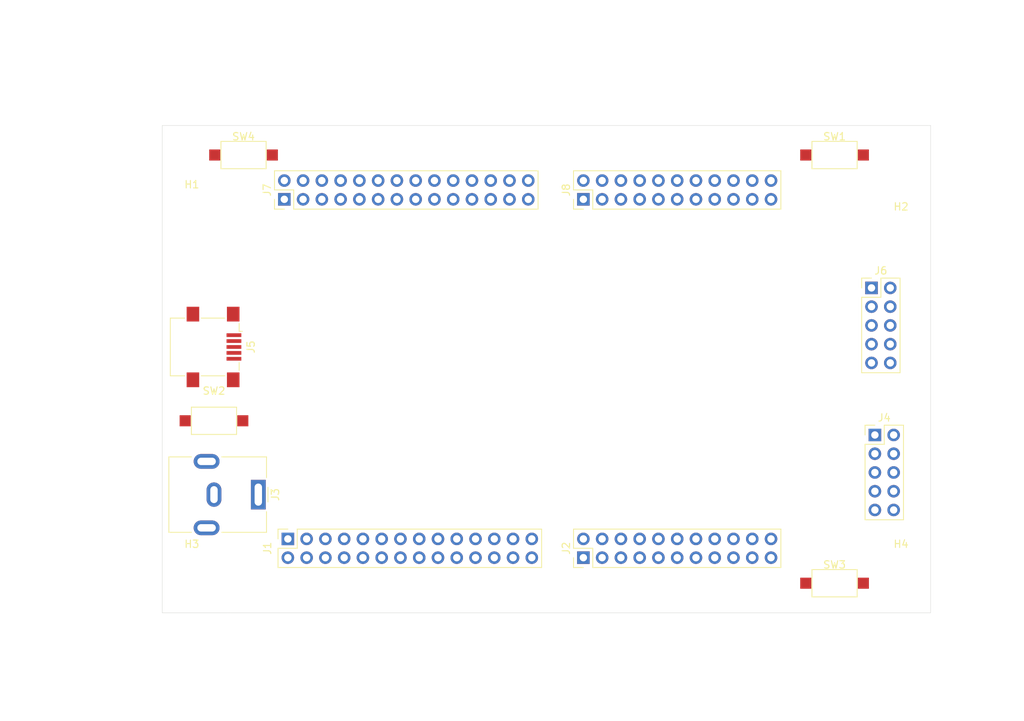
<source format=kicad_pcb>
(kicad_pcb (version 20171130) (host pcbnew "(5.1.2)-1")

  (general
    (thickness 1.6)
    (drawings 24)
    (tracks 0)
    (zones 0)
    (modules 16)
    (nets 4)
  )

  (page A4)
  (layers
    (0 F.Cu signal)
    (31 B.Cu signal)
    (32 B.Adhes user)
    (33 F.Adhes user)
    (34 B.Paste user)
    (35 F.Paste user)
    (36 B.SilkS user)
    (37 F.SilkS user)
    (38 B.Mask user)
    (39 F.Mask user)
    (40 Dwgs.User user)
    (41 Cmts.User user)
    (42 Eco1.User user)
    (43 Eco2.User user)
    (44 Edge.Cuts user)
    (45 Margin user)
    (46 B.CrtYd user)
    (47 F.CrtYd user)
    (48 B.Fab user)
    (49 F.Fab user)
  )

  (setup
    (last_trace_width 0.25)
    (trace_clearance 0.2)
    (zone_clearance 0.508)
    (zone_45_only no)
    (trace_min 0.2)
    (via_size 0.8)
    (via_drill 0.4)
    (via_min_size 0.4)
    (via_min_drill 0.3)
    (uvia_size 0.3)
    (uvia_drill 0.1)
    (uvias_allowed no)
    (uvia_min_size 0.2)
    (uvia_min_drill 0.1)
    (edge_width 0.05)
    (segment_width 0.2)
    (pcb_text_width 0.3)
    (pcb_text_size 1.5 1.5)
    (mod_edge_width 0.12)
    (mod_text_size 1 1)
    (mod_text_width 0.15)
    (pad_size 1.524 1.524)
    (pad_drill 0.762)
    (pad_to_mask_clearance 0.051)
    (solder_mask_min_width 0.25)
    (aux_axis_origin 0 0)
    (visible_elements 7FFFFFFF)
    (pcbplotparams
      (layerselection 0x010fc_ffffffff)
      (usegerberextensions false)
      (usegerberattributes false)
      (usegerberadvancedattributes false)
      (creategerberjobfile false)
      (excludeedgelayer true)
      (linewidth 0.100000)
      (plotframeref false)
      (viasonmask false)
      (mode 1)
      (useauxorigin false)
      (hpglpennumber 1)
      (hpglpenspeed 20)
      (hpglpendiameter 15.000000)
      (psnegative false)
      (psa4output false)
      (plotreference true)
      (plotvalue true)
      (plotinvisibletext false)
      (padsonsilk false)
      (subtractmaskfromsilk false)
      (outputformat 1)
      (mirror false)
      (drillshape 1)
      (scaleselection 1)
      (outputdirectory ""))
  )

  (net 0 "")
  (net 1 "Net-(J5-Pad6)")
  (net 2 "Net-(SW2-Pad2)")
  (net 3 "Net-(SW2-Pad1)")

  (net_class Default "This is the default net class."
    (clearance 0.2)
    (trace_width 0.25)
    (via_dia 0.8)
    (via_drill 0.4)
    (uvia_dia 0.3)
    (uvia_drill 0.1)
    (add_net "Net-(J5-Pad6)")
    (add_net "Net-(SW2-Pad1)")
    (add_net "Net-(SW2-Pad2)")
  )

  (module Button_Switch_SMD:SW_SPST_CK_RS282G05A3 (layer F.Cu) (tedit 5A7A67D2) (tstamp 5D711CE9)
    (at 112 54)
    (descr https://www.mouser.com/ds/2/60/RS-282G05A-SM_RT-1159762.pdf)
    (tags "SPST button tactile switch")
    (path /5D72068D)
    (attr smd)
    (fp_text reference SW4 (at 0 -2.5) (layer F.SilkS)
      (effects (font (size 1 1) (thickness 0.15)))
    )
    (fp_text value SW_Push (at 0 2.5) (layer F.Fab)
      (effects (font (size 1 1) (thickness 0.15)))
    )
    (fp_line (start 3 -1.8) (end 3 1.8) (layer F.Fab) (width 0.1))
    (fp_line (start -3 -1.8) (end -3 1.8) (layer F.Fab) (width 0.1))
    (fp_line (start -3 -1.8) (end 3 -1.8) (layer F.Fab) (width 0.1))
    (fp_line (start -3 1.8) (end 3 1.8) (layer F.Fab) (width 0.1))
    (fp_line (start -1.5 -0.8) (end -1.5 0.8) (layer F.Fab) (width 0.1))
    (fp_line (start 1.5 -0.8) (end 1.5 0.8) (layer F.Fab) (width 0.1))
    (fp_line (start -1.5 -0.8) (end 1.5 -0.8) (layer F.Fab) (width 0.1))
    (fp_line (start -1.5 0.8) (end 1.5 0.8) (layer F.Fab) (width 0.1))
    (fp_line (start -3.06 1.85) (end -3.06 -1.85) (layer F.SilkS) (width 0.12))
    (fp_line (start 3.06 1.85) (end -3.06 1.85) (layer F.SilkS) (width 0.12))
    (fp_line (start 3.06 -1.85) (end 3.06 1.85) (layer F.SilkS) (width 0.12))
    (fp_line (start -3.06 -1.85) (end 3.06 -1.85) (layer F.SilkS) (width 0.12))
    (fp_line (start -1.75 1) (end -1.75 -1) (layer F.Fab) (width 0.1))
    (fp_line (start 1.75 1) (end -1.75 1) (layer F.Fab) (width 0.1))
    (fp_line (start 1.75 -1) (end 1.75 1) (layer F.Fab) (width 0.1))
    (fp_line (start -1.75 -1) (end 1.75 -1) (layer F.Fab) (width 0.1))
    (fp_text user %R (at 0 -2.5) (layer F.Fab)
      (effects (font (size 1 1) (thickness 0.15)))
    )
    (fp_line (start -4.9 -2.05) (end 4.9 -2.05) (layer F.CrtYd) (width 0.05))
    (fp_line (start 4.9 -2.05) (end 4.9 2.05) (layer F.CrtYd) (width 0.05))
    (fp_line (start 4.9 2.05) (end -4.9 2.05) (layer F.CrtYd) (width 0.05))
    (fp_line (start -4.9 2.05) (end -4.9 -2.05) (layer F.CrtYd) (width 0.05))
    (pad 2 smd rect (at 3.9 0) (size 1.5 1.5) (layers F.Cu F.Paste F.Mask))
    (pad 1 smd rect (at -3.9 0) (size 1.5 1.5) (layers F.Cu F.Paste F.Mask))
    (model ${KISYS3DMOD}/Button_Switch_SMD.3dshapes/SW_SPST_CK_RS282G05A3.wrl
      (at (xyz 0 0 0))
      (scale (xyz 1 1 1))
      (rotate (xyz 0 0 0))
    )
  )

  (module Button_Switch_SMD:SW_SPST_CK_RS282G05A3 (layer F.Cu) (tedit 5A7A67D2) (tstamp 5D711CD2)
    (at 192 112)
    (descr https://www.mouser.com/ds/2/60/RS-282G05A-SM_RT-1159762.pdf)
    (tags "SPST button tactile switch")
    (path /5D7209E7)
    (attr smd)
    (fp_text reference SW3 (at 0 -2.5) (layer F.SilkS)
      (effects (font (size 1 1) (thickness 0.15)))
    )
    (fp_text value SW_Push (at 0 2.5) (layer F.Fab)
      (effects (font (size 1 1) (thickness 0.15)))
    )
    (fp_line (start 3 -1.8) (end 3 1.8) (layer F.Fab) (width 0.1))
    (fp_line (start -3 -1.8) (end -3 1.8) (layer F.Fab) (width 0.1))
    (fp_line (start -3 -1.8) (end 3 -1.8) (layer F.Fab) (width 0.1))
    (fp_line (start -3 1.8) (end 3 1.8) (layer F.Fab) (width 0.1))
    (fp_line (start -1.5 -0.8) (end -1.5 0.8) (layer F.Fab) (width 0.1))
    (fp_line (start 1.5 -0.8) (end 1.5 0.8) (layer F.Fab) (width 0.1))
    (fp_line (start -1.5 -0.8) (end 1.5 -0.8) (layer F.Fab) (width 0.1))
    (fp_line (start -1.5 0.8) (end 1.5 0.8) (layer F.Fab) (width 0.1))
    (fp_line (start -3.06 1.85) (end -3.06 -1.85) (layer F.SilkS) (width 0.12))
    (fp_line (start 3.06 1.85) (end -3.06 1.85) (layer F.SilkS) (width 0.12))
    (fp_line (start 3.06 -1.85) (end 3.06 1.85) (layer F.SilkS) (width 0.12))
    (fp_line (start -3.06 -1.85) (end 3.06 -1.85) (layer F.SilkS) (width 0.12))
    (fp_line (start -1.75 1) (end -1.75 -1) (layer F.Fab) (width 0.1))
    (fp_line (start 1.75 1) (end -1.75 1) (layer F.Fab) (width 0.1))
    (fp_line (start 1.75 -1) (end 1.75 1) (layer F.Fab) (width 0.1))
    (fp_line (start -1.75 -1) (end 1.75 -1) (layer F.Fab) (width 0.1))
    (fp_text user %R (at 0 -2.5) (layer F.Fab)
      (effects (font (size 1 1) (thickness 0.15)))
    )
    (fp_line (start -4.9 -2.05) (end 4.9 -2.05) (layer F.CrtYd) (width 0.05))
    (fp_line (start 4.9 -2.05) (end 4.9 2.05) (layer F.CrtYd) (width 0.05))
    (fp_line (start 4.9 2.05) (end -4.9 2.05) (layer F.CrtYd) (width 0.05))
    (fp_line (start -4.9 2.05) (end -4.9 -2.05) (layer F.CrtYd) (width 0.05))
    (pad 2 smd rect (at 3.9 0) (size 1.5 1.5) (layers F.Cu F.Paste F.Mask))
    (pad 1 smd rect (at -3.9 0) (size 1.5 1.5) (layers F.Cu F.Paste F.Mask))
    (model ${KISYS3DMOD}/Button_Switch_SMD.3dshapes/SW_SPST_CK_RS282G05A3.wrl
      (at (xyz 0 0 0))
      (scale (xyz 1 1 1))
      (rotate (xyz 0 0 0))
    )
  )

  (module Button_Switch_SMD:SW_SPST_CK_RS282G05A3 (layer F.Cu) (tedit 5A7A67D2) (tstamp 5D711CBB)
    (at 108 90)
    (descr https://www.mouser.com/ds/2/60/RS-282G05A-SM_RT-1159762.pdf)
    (tags "SPST button tactile switch")
    (path /5D721175)
    (attr smd)
    (fp_text reference SW2 (at 0 -4.05) (layer F.SilkS)
      (effects (font (size 1 1) (thickness 0.15)))
    )
    (fp_text value SW_Push (at 0 4.15) (layer F.Fab)
      (effects (font (size 1 1) (thickness 0.15)))
    )
    (fp_line (start 3 -1.8) (end 3 1.8) (layer F.Fab) (width 0.1))
    (fp_line (start -3 -1.8) (end -3 1.8) (layer F.Fab) (width 0.1))
    (fp_line (start -3 -1.8) (end 3 -1.8) (layer F.Fab) (width 0.1))
    (fp_line (start -3 1.8) (end 3 1.8) (layer F.Fab) (width 0.1))
    (fp_line (start -1.5 -0.8) (end -1.5 0.8) (layer F.Fab) (width 0.1))
    (fp_line (start 1.5 -0.8) (end 1.5 0.8) (layer F.Fab) (width 0.1))
    (fp_line (start -1.5 -0.8) (end 1.5 -0.8) (layer F.Fab) (width 0.1))
    (fp_line (start -1.5 0.8) (end 1.5 0.8) (layer F.Fab) (width 0.1))
    (fp_line (start -3.06 1.85) (end -3.06 -1.85) (layer F.SilkS) (width 0.12))
    (fp_line (start 3.06 1.85) (end -3.06 1.85) (layer F.SilkS) (width 0.12))
    (fp_line (start 3.06 -1.85) (end 3.06 1.85) (layer F.SilkS) (width 0.12))
    (fp_line (start -3.06 -1.85) (end 3.06 -1.85) (layer F.SilkS) (width 0.12))
    (fp_line (start -1.75 1) (end -1.75 -1) (layer F.Fab) (width 0.1))
    (fp_line (start 1.75 1) (end -1.75 1) (layer F.Fab) (width 0.1))
    (fp_line (start 1.75 -1) (end 1.75 1) (layer F.Fab) (width 0.1))
    (fp_line (start -1.75 -1) (end 1.75 -1) (layer F.Fab) (width 0.1))
    (fp_text user %R (at 0 -4.05) (layer F.Fab)
      (effects (font (size 1 1) (thickness 0.15)))
    )
    (fp_line (start -4.9 -2.05) (end 4.9 -2.05) (layer F.CrtYd) (width 0.05))
    (fp_line (start 4.9 -2.05) (end 4.9 2.05) (layer F.CrtYd) (width 0.05))
    (fp_line (start 4.9 2.05) (end -4.9 2.05) (layer F.CrtYd) (width 0.05))
    (fp_line (start -4.9 2.05) (end -4.9 -2.05) (layer F.CrtYd) (width 0.05))
    (pad 2 smd rect (at 3.9 0) (size 1.5 1.5) (layers F.Cu F.Paste F.Mask)
      (net 2 "Net-(SW2-Pad2)"))
    (pad 1 smd rect (at -3.9 0) (size 1.5 1.5) (layers F.Cu F.Paste F.Mask)
      (net 3 "Net-(SW2-Pad1)"))
    (model ${KISYS3DMOD}/Button_Switch_SMD.3dshapes/SW_SPST_CK_RS282G05A3.wrl
      (at (xyz 0 0 0))
      (scale (xyz 1 1 1))
      (rotate (xyz 0 0 0))
    )
  )

  (module Button_Switch_SMD:SW_SPST_CK_RS282G05A3 (layer F.Cu) (tedit 5A7A67D2) (tstamp 5D711CA1)
    (at 192 54)
    (descr https://www.mouser.com/ds/2/60/RS-282G05A-SM_RT-1159762.pdf)
    (tags "SPST button tactile switch")
    (path /5D71FE8C)
    (attr smd)
    (fp_text reference SW1 (at 0 -2.5) (layer F.SilkS)
      (effects (font (size 1 1) (thickness 0.15)))
    )
    (fp_text value SW_Push (at 0 2.5) (layer F.Fab)
      (effects (font (size 1 1) (thickness 0.15)))
    )
    (fp_line (start 3 -1.8) (end 3 1.8) (layer F.Fab) (width 0.1))
    (fp_line (start -3 -1.8) (end -3 1.8) (layer F.Fab) (width 0.1))
    (fp_line (start -3 -1.8) (end 3 -1.8) (layer F.Fab) (width 0.1))
    (fp_line (start -3 1.8) (end 3 1.8) (layer F.Fab) (width 0.1))
    (fp_line (start -1.5 -0.8) (end -1.5 0.8) (layer F.Fab) (width 0.1))
    (fp_line (start 1.5 -0.8) (end 1.5 0.8) (layer F.Fab) (width 0.1))
    (fp_line (start -1.5 -0.8) (end 1.5 -0.8) (layer F.Fab) (width 0.1))
    (fp_line (start -1.5 0.8) (end 1.5 0.8) (layer F.Fab) (width 0.1))
    (fp_line (start -3.06 1.85) (end -3.06 -1.85) (layer F.SilkS) (width 0.12))
    (fp_line (start 3.06 1.85) (end -3.06 1.85) (layer F.SilkS) (width 0.12))
    (fp_line (start 3.06 -1.85) (end 3.06 1.85) (layer F.SilkS) (width 0.12))
    (fp_line (start -3.06 -1.85) (end 3.06 -1.85) (layer F.SilkS) (width 0.12))
    (fp_line (start -1.75 1) (end -1.75 -1) (layer F.Fab) (width 0.1))
    (fp_line (start 1.75 1) (end -1.75 1) (layer F.Fab) (width 0.1))
    (fp_line (start 1.75 -1) (end 1.75 1) (layer F.Fab) (width 0.1))
    (fp_line (start -1.75 -1) (end 1.75 -1) (layer F.Fab) (width 0.1))
    (fp_text user %R (at 0 -2.5) (layer F.Fab)
      (effects (font (size 1 1) (thickness 0.15)))
    )
    (fp_line (start -4.9 -2.05) (end 4.9 -2.05) (layer F.CrtYd) (width 0.05))
    (fp_line (start 4.9 -2.05) (end 4.9 2.05) (layer F.CrtYd) (width 0.05))
    (fp_line (start 4.9 2.05) (end -4.9 2.05) (layer F.CrtYd) (width 0.05))
    (fp_line (start -4.9 2.05) (end -4.9 -2.05) (layer F.CrtYd) (width 0.05))
    (pad 2 smd rect (at 3.9 0) (size 1.5 1.5) (layers F.Cu F.Paste F.Mask))
    (pad 1 smd rect (at -3.9 0) (size 1.5 1.5) (layers F.Cu F.Paste F.Mask))
    (model ${KISYS3DMOD}/Button_Switch_SMD.3dshapes/SW_SPST_CK_RS282G05A3.wrl
      (at (xyz 0 0 0))
      (scale (xyz 1 1 1))
      (rotate (xyz 0 0 0))
    )
  )

  (module MountingHole:MountingHole_4.3mm_M4 (layer F.Cu) (tedit 56D1B4CB) (tstamp 5D71283F)
    (at 201 112)
    (descr "Mounting Hole 4.3mm, no annular, M4")
    (tags "mounting hole 4.3mm no annular m4")
    (path /5D70FD12)
    (attr virtual)
    (fp_text reference H4 (at 0 -5.3) (layer F.SilkS)
      (effects (font (size 1 1) (thickness 0.15)))
    )
    (fp_text value MountingHole (at 0 5.3) (layer F.Fab)
      (effects (font (size 1 1) (thickness 0.15)))
    )
    (fp_circle (center 0 0) (end 4.55 0) (layer F.CrtYd) (width 0.05))
    (fp_circle (center 0 0) (end 4.3 0) (layer Cmts.User) (width 0.15))
    (fp_text user %R (at 0.3 0) (layer F.Fab)
      (effects (font (size 1 1) (thickness 0.15)))
    )
    (pad 1 np_thru_hole circle (at 0 0) (size 4.3 4.3) (drill 4.3) (layers *.Cu *.Mask))
  )

  (module MountingHole:MountingHole_4.3mm_M4 (layer F.Cu) (tedit 56D1B4CB) (tstamp 5D712213)
    (at 105 112)
    (descr "Mounting Hole 4.3mm, no annular, M4")
    (tags "mounting hole 4.3mm no annular m4")
    (path /5D70FB30)
    (attr virtual)
    (fp_text reference H3 (at 0 -5.3) (layer F.SilkS)
      (effects (font (size 1 1) (thickness 0.15)))
    )
    (fp_text value MountingHole (at 0 5.3) (layer F.Fab)
      (effects (font (size 1 1) (thickness 0.15)))
    )
    (fp_circle (center 0 0) (end 4.55 0) (layer F.CrtYd) (width 0.05))
    (fp_circle (center 0 0) (end 4.3 0) (layer Cmts.User) (width 0.15))
    (fp_text user %R (at 0.3 0) (layer F.Fab)
      (effects (font (size 1 1) (thickness 0.15)))
    )
    (pad 1 np_thru_hole circle (at 0 0) (size 4.3 4.3) (drill 4.3) (layers *.Cu *.Mask))
  )

  (module MountingHole:MountingHole_4.3mm_M4 (layer F.Cu) (tedit 56D1B4CB) (tstamp 5D712809)
    (at 201 54)
    (descr "Mounting Hole 4.3mm, no annular, M4")
    (tags "mounting hole 4.3mm no annular m4")
    (path /5D70F92D)
    (attr virtual)
    (fp_text reference H2 (at 0 7) (layer F.SilkS)
      (effects (font (size 1 1) (thickness 0.15)))
    )
    (fp_text value MountingHole (at 0 5.3) (layer F.Fab)
      (effects (font (size 1 1) (thickness 0.15)))
    )
    (fp_circle (center 0 0) (end 4.55 0) (layer F.CrtYd) (width 0.05))
    (fp_circle (center 0 0) (end 4.3 0) (layer Cmts.User) (width 0.15))
    (fp_text user %R (at 0.3 0) (layer F.Fab)
      (effects (font (size 1 1) (thickness 0.15)))
    )
    (pad 1 np_thru_hole circle (at 0 0) (size 4.3 4.3) (drill 4.3) (layers *.Cu *.Mask))
  )

  (module MountingHole:MountingHole_4.3mm_M4 (layer F.Cu) (tedit 56D1B4CB) (tstamp 5D7127C1)
    (at 105 54)
    (descr "Mounting Hole 4.3mm, no annular, M4")
    (tags "mounting hole 4.3mm no annular m4")
    (path /5D70F54C)
    (attr virtual)
    (fp_text reference H1 (at 0 4) (layer F.SilkS)
      (effects (font (size 1 1) (thickness 0.15)))
    )
    (fp_text value MountingHole (at 0 5.3) (layer F.Fab)
      (effects (font (size 1 1) (thickness 0.15)))
    )
    (fp_circle (center 0 0) (end 4.55 0) (layer F.CrtYd) (width 0.05))
    (fp_circle (center 0 0) (end 4.3 0) (layer Cmts.User) (width 0.15))
    (fp_text user %R (at 0.3 0) (layer F.Fab)
      (effects (font (size 1 1) (thickness 0.15)))
    )
    (pad 1 np_thru_hole circle (at 0 0) (size 4.3 4.3) (drill 4.3) (layers *.Cu *.Mask))
  )

  (module Connector_PinHeader_2.54mm:PinHeader_2x11_P2.54mm_Vertical (layer F.Cu) (tedit 59FED5CC) (tstamp 5D713750)
    (at 158 60 90)
    (descr "Through hole straight pin header, 2x11, 2.54mm pitch, double rows")
    (tags "Through hole pin header THT 2x11 2.54mm double row")
    (path /5D713960)
    (fp_text reference J8 (at 1.27 -2.33 90) (layer F.SilkS)
      (effects (font (size 1 1) (thickness 0.15)))
    )
    (fp_text value Conn_02x11_Counter_Clockwise (at 1.27 27.73 90) (layer F.Fab)
      (effects (font (size 1 1) (thickness 0.15)))
    )
    (fp_text user %R (at 1.27 12.7) (layer F.Fab)
      (effects (font (size 1 1) (thickness 0.15)))
    )
    (fp_line (start 4.35 -1.8) (end -1.8 -1.8) (layer F.CrtYd) (width 0.05))
    (fp_line (start 4.35 27.2) (end 4.35 -1.8) (layer F.CrtYd) (width 0.05))
    (fp_line (start -1.8 27.2) (end 4.35 27.2) (layer F.CrtYd) (width 0.05))
    (fp_line (start -1.8 -1.8) (end -1.8 27.2) (layer F.CrtYd) (width 0.05))
    (fp_line (start -1.33 -1.33) (end 0 -1.33) (layer F.SilkS) (width 0.12))
    (fp_line (start -1.33 0) (end -1.33 -1.33) (layer F.SilkS) (width 0.12))
    (fp_line (start 1.27 -1.33) (end 3.87 -1.33) (layer F.SilkS) (width 0.12))
    (fp_line (start 1.27 1.27) (end 1.27 -1.33) (layer F.SilkS) (width 0.12))
    (fp_line (start -1.33 1.27) (end 1.27 1.27) (layer F.SilkS) (width 0.12))
    (fp_line (start 3.87 -1.33) (end 3.87 26.73) (layer F.SilkS) (width 0.12))
    (fp_line (start -1.33 1.27) (end -1.33 26.73) (layer F.SilkS) (width 0.12))
    (fp_line (start -1.33 26.73) (end 3.87 26.73) (layer F.SilkS) (width 0.12))
    (fp_line (start -1.27 0) (end 0 -1.27) (layer F.Fab) (width 0.1))
    (fp_line (start -1.27 26.67) (end -1.27 0) (layer F.Fab) (width 0.1))
    (fp_line (start 3.81 26.67) (end -1.27 26.67) (layer F.Fab) (width 0.1))
    (fp_line (start 3.81 -1.27) (end 3.81 26.67) (layer F.Fab) (width 0.1))
    (fp_line (start 0 -1.27) (end 3.81 -1.27) (layer F.Fab) (width 0.1))
    (pad 22 thru_hole oval (at 2.54 25.4 90) (size 1.7 1.7) (drill 1) (layers *.Cu *.Mask))
    (pad 21 thru_hole oval (at 0 25.4 90) (size 1.7 1.7) (drill 1) (layers *.Cu *.Mask))
    (pad 20 thru_hole oval (at 2.54 22.86 90) (size 1.7 1.7) (drill 1) (layers *.Cu *.Mask))
    (pad 19 thru_hole oval (at 0 22.86 90) (size 1.7 1.7) (drill 1) (layers *.Cu *.Mask))
    (pad 18 thru_hole oval (at 2.54 20.32 90) (size 1.7 1.7) (drill 1) (layers *.Cu *.Mask))
    (pad 17 thru_hole oval (at 0 20.32 90) (size 1.7 1.7) (drill 1) (layers *.Cu *.Mask))
    (pad 16 thru_hole oval (at 2.54 17.78 90) (size 1.7 1.7) (drill 1) (layers *.Cu *.Mask))
    (pad 15 thru_hole oval (at 0 17.78 90) (size 1.7 1.7) (drill 1) (layers *.Cu *.Mask))
    (pad 14 thru_hole oval (at 2.54 15.24 90) (size 1.7 1.7) (drill 1) (layers *.Cu *.Mask))
    (pad 13 thru_hole oval (at 0 15.24 90) (size 1.7 1.7) (drill 1) (layers *.Cu *.Mask))
    (pad 12 thru_hole oval (at 2.54 12.7 90) (size 1.7 1.7) (drill 1) (layers *.Cu *.Mask))
    (pad 11 thru_hole oval (at 0 12.7 90) (size 1.7 1.7) (drill 1) (layers *.Cu *.Mask))
    (pad 10 thru_hole oval (at 2.54 10.16 90) (size 1.7 1.7) (drill 1) (layers *.Cu *.Mask))
    (pad 9 thru_hole oval (at 0 10.16 90) (size 1.7 1.7) (drill 1) (layers *.Cu *.Mask))
    (pad 8 thru_hole oval (at 2.54 7.62 90) (size 1.7 1.7) (drill 1) (layers *.Cu *.Mask))
    (pad 7 thru_hole oval (at 0 7.62 90) (size 1.7 1.7) (drill 1) (layers *.Cu *.Mask))
    (pad 6 thru_hole oval (at 2.54 5.08 90) (size 1.7 1.7) (drill 1) (layers *.Cu *.Mask))
    (pad 5 thru_hole oval (at 0 5.08 90) (size 1.7 1.7) (drill 1) (layers *.Cu *.Mask))
    (pad 4 thru_hole oval (at 2.54 2.54 90) (size 1.7 1.7) (drill 1) (layers *.Cu *.Mask))
    (pad 3 thru_hole oval (at 0 2.54 90) (size 1.7 1.7) (drill 1) (layers *.Cu *.Mask))
    (pad 2 thru_hole oval (at 2.54 0 90) (size 1.7 1.7) (drill 1) (layers *.Cu *.Mask))
    (pad 1 thru_hole rect (at 0 0 90) (size 1.7 1.7) (drill 1) (layers *.Cu *.Mask))
    (model ${KISYS3DMOD}/Connector_PinHeader_2.54mm.3dshapes/PinHeader_2x11_P2.54mm_Vertical.wrl
      (at (xyz 0 0 0))
      (scale (xyz 1 1 1))
      (rotate (xyz 0 0 0))
    )
  )

  (module Connector_PinHeader_2.54mm:PinHeader_2x14_P2.54mm_Vertical (layer F.Cu) (tedit 59FED5CC) (tstamp 5D711C5E)
    (at 117.52 60 90)
    (descr "Through hole straight pin header, 2x14, 2.54mm pitch, double rows")
    (tags "Through hole pin header THT 2x14 2.54mm double row")
    (path /5D710A2E)
    (fp_text reference J7 (at 1.27 -2.33 90) (layer F.SilkS)
      (effects (font (size 1 1) (thickness 0.15)))
    )
    (fp_text value Conn_02x14_Odd_Even (at 1.27 35.35 90) (layer F.Fab)
      (effects (font (size 1 1) (thickness 0.15)))
    )
    (fp_text user %R (at 1.27 16.51) (layer F.Fab)
      (effects (font (size 1 1) (thickness 0.15)))
    )
    (fp_line (start 4.35 -1.8) (end -1.8 -1.8) (layer F.CrtYd) (width 0.05))
    (fp_line (start 4.35 34.8) (end 4.35 -1.8) (layer F.CrtYd) (width 0.05))
    (fp_line (start -1.8 34.8) (end 4.35 34.8) (layer F.CrtYd) (width 0.05))
    (fp_line (start -1.8 -1.8) (end -1.8 34.8) (layer F.CrtYd) (width 0.05))
    (fp_line (start -1.33 -1.33) (end 0 -1.33) (layer F.SilkS) (width 0.12))
    (fp_line (start -1.33 0) (end -1.33 -1.33) (layer F.SilkS) (width 0.12))
    (fp_line (start 1.27 -1.33) (end 3.87 -1.33) (layer F.SilkS) (width 0.12))
    (fp_line (start 1.27 1.27) (end 1.27 -1.33) (layer F.SilkS) (width 0.12))
    (fp_line (start -1.33 1.27) (end 1.27 1.27) (layer F.SilkS) (width 0.12))
    (fp_line (start 3.87 -1.33) (end 3.87 34.35) (layer F.SilkS) (width 0.12))
    (fp_line (start -1.33 1.27) (end -1.33 34.35) (layer F.SilkS) (width 0.12))
    (fp_line (start -1.33 34.35) (end 3.87 34.35) (layer F.SilkS) (width 0.12))
    (fp_line (start -1.27 0) (end 0 -1.27) (layer F.Fab) (width 0.1))
    (fp_line (start -1.27 34.29) (end -1.27 0) (layer F.Fab) (width 0.1))
    (fp_line (start 3.81 34.29) (end -1.27 34.29) (layer F.Fab) (width 0.1))
    (fp_line (start 3.81 -1.27) (end 3.81 34.29) (layer F.Fab) (width 0.1))
    (fp_line (start 0 -1.27) (end 3.81 -1.27) (layer F.Fab) (width 0.1))
    (pad 28 thru_hole oval (at 2.54 33.02 90) (size 1.7 1.7) (drill 1) (layers *.Cu *.Mask))
    (pad 27 thru_hole oval (at 0 33.02 90) (size 1.7 1.7) (drill 1) (layers *.Cu *.Mask))
    (pad 26 thru_hole oval (at 2.54 30.48 90) (size 1.7 1.7) (drill 1) (layers *.Cu *.Mask))
    (pad 25 thru_hole oval (at 0 30.48 90) (size 1.7 1.7) (drill 1) (layers *.Cu *.Mask))
    (pad 24 thru_hole oval (at 2.54 27.94 90) (size 1.7 1.7) (drill 1) (layers *.Cu *.Mask))
    (pad 23 thru_hole oval (at 0 27.94 90) (size 1.7 1.7) (drill 1) (layers *.Cu *.Mask))
    (pad 22 thru_hole oval (at 2.54 25.4 90) (size 1.7 1.7) (drill 1) (layers *.Cu *.Mask))
    (pad 21 thru_hole oval (at 0 25.4 90) (size 1.7 1.7) (drill 1) (layers *.Cu *.Mask))
    (pad 20 thru_hole oval (at 2.54 22.86 90) (size 1.7 1.7) (drill 1) (layers *.Cu *.Mask))
    (pad 19 thru_hole oval (at 0 22.86 90) (size 1.7 1.7) (drill 1) (layers *.Cu *.Mask))
    (pad 18 thru_hole oval (at 2.54 20.32 90) (size 1.7 1.7) (drill 1) (layers *.Cu *.Mask))
    (pad 17 thru_hole oval (at 0 20.32 90) (size 1.7 1.7) (drill 1) (layers *.Cu *.Mask))
    (pad 16 thru_hole oval (at 2.54 17.78 90) (size 1.7 1.7) (drill 1) (layers *.Cu *.Mask))
    (pad 15 thru_hole oval (at 0 17.78 90) (size 1.7 1.7) (drill 1) (layers *.Cu *.Mask))
    (pad 14 thru_hole oval (at 2.54 15.24 90) (size 1.7 1.7) (drill 1) (layers *.Cu *.Mask))
    (pad 13 thru_hole oval (at 0 15.24 90) (size 1.7 1.7) (drill 1) (layers *.Cu *.Mask))
    (pad 12 thru_hole oval (at 2.54 12.7 90) (size 1.7 1.7) (drill 1) (layers *.Cu *.Mask))
    (pad 11 thru_hole oval (at 0 12.7 90) (size 1.7 1.7) (drill 1) (layers *.Cu *.Mask))
    (pad 10 thru_hole oval (at 2.54 10.16 90) (size 1.7 1.7) (drill 1) (layers *.Cu *.Mask))
    (pad 9 thru_hole oval (at 0 10.16 90) (size 1.7 1.7) (drill 1) (layers *.Cu *.Mask))
    (pad 8 thru_hole oval (at 2.54 7.62 90) (size 1.7 1.7) (drill 1) (layers *.Cu *.Mask))
    (pad 7 thru_hole oval (at 0 7.62 90) (size 1.7 1.7) (drill 1) (layers *.Cu *.Mask))
    (pad 6 thru_hole oval (at 2.54 5.08 90) (size 1.7 1.7) (drill 1) (layers *.Cu *.Mask))
    (pad 5 thru_hole oval (at 0 5.08 90) (size 1.7 1.7) (drill 1) (layers *.Cu *.Mask))
    (pad 4 thru_hole oval (at 2.54 2.54 90) (size 1.7 1.7) (drill 1) (layers *.Cu *.Mask))
    (pad 3 thru_hole oval (at 0 2.54 90) (size 1.7 1.7) (drill 1) (layers *.Cu *.Mask))
    (pad 2 thru_hole oval (at 2.54 0 90) (size 1.7 1.7) (drill 1) (layers *.Cu *.Mask))
    (pad 1 thru_hole rect (at 0 0 90) (size 1.7 1.7) (drill 1) (layers *.Cu *.Mask))
    (model ${KISYS3DMOD}/Connector_PinHeader_2.54mm.3dshapes/PinHeader_2x14_P2.54mm_Vertical.wrl
      (at (xyz 0 0 0))
      (scale (xyz 1 1 1))
      (rotate (xyz 0 0 0))
    )
  )

  (module Connector_PinHeader_2.54mm:PinHeader_2x05_P2.54mm_Vertical (layer F.Cu) (tedit 59FED5CC) (tstamp 5D712EC9)
    (at 197 72)
    (descr "Through hole straight pin header, 2x05, 2.54mm pitch, double rows")
    (tags "Through hole pin header THT 2x05 2.54mm double row")
    (path /5D717C7A)
    (fp_text reference J6 (at 1.27 -2.33) (layer F.SilkS)
      (effects (font (size 1 1) (thickness 0.15)))
    )
    (fp_text value Conn_02x05_Counter_Clockwise (at 1.27 12.49) (layer F.Fab)
      (effects (font (size 1 1) (thickness 0.15)))
    )
    (fp_text user %R (at 1.27 5.08 90) (layer F.Fab)
      (effects (font (size 1 1) (thickness 0.15)))
    )
    (fp_line (start 4.35 -1.8) (end -1.8 -1.8) (layer F.CrtYd) (width 0.05))
    (fp_line (start 4.35 11.95) (end 4.35 -1.8) (layer F.CrtYd) (width 0.05))
    (fp_line (start -1.8 11.95) (end 4.35 11.95) (layer F.CrtYd) (width 0.05))
    (fp_line (start -1.8 -1.8) (end -1.8 11.95) (layer F.CrtYd) (width 0.05))
    (fp_line (start -1.33 -1.33) (end 0 -1.33) (layer F.SilkS) (width 0.12))
    (fp_line (start -1.33 0) (end -1.33 -1.33) (layer F.SilkS) (width 0.12))
    (fp_line (start 1.27 -1.33) (end 3.87 -1.33) (layer F.SilkS) (width 0.12))
    (fp_line (start 1.27 1.27) (end 1.27 -1.33) (layer F.SilkS) (width 0.12))
    (fp_line (start -1.33 1.27) (end 1.27 1.27) (layer F.SilkS) (width 0.12))
    (fp_line (start 3.87 -1.33) (end 3.87 11.49) (layer F.SilkS) (width 0.12))
    (fp_line (start -1.33 1.27) (end -1.33 11.49) (layer F.SilkS) (width 0.12))
    (fp_line (start -1.33 11.49) (end 3.87 11.49) (layer F.SilkS) (width 0.12))
    (fp_line (start -1.27 0) (end 0 -1.27) (layer F.Fab) (width 0.1))
    (fp_line (start -1.27 11.43) (end -1.27 0) (layer F.Fab) (width 0.1))
    (fp_line (start 3.81 11.43) (end -1.27 11.43) (layer F.Fab) (width 0.1))
    (fp_line (start 3.81 -1.27) (end 3.81 11.43) (layer F.Fab) (width 0.1))
    (fp_line (start 0 -1.27) (end 3.81 -1.27) (layer F.Fab) (width 0.1))
    (pad 10 thru_hole oval (at 2.54 10.16) (size 1.7 1.7) (drill 1) (layers *.Cu *.Mask))
    (pad 9 thru_hole oval (at 0 10.16) (size 1.7 1.7) (drill 1) (layers *.Cu *.Mask))
    (pad 8 thru_hole oval (at 2.54 7.62) (size 1.7 1.7) (drill 1) (layers *.Cu *.Mask))
    (pad 7 thru_hole oval (at 0 7.62) (size 1.7 1.7) (drill 1) (layers *.Cu *.Mask))
    (pad 6 thru_hole oval (at 2.54 5.08) (size 1.7 1.7) (drill 1) (layers *.Cu *.Mask))
    (pad 5 thru_hole oval (at 0 5.08) (size 1.7 1.7) (drill 1) (layers *.Cu *.Mask))
    (pad 4 thru_hole oval (at 2.54 2.54) (size 1.7 1.7) (drill 1) (layers *.Cu *.Mask))
    (pad 3 thru_hole oval (at 0 2.54) (size 1.7 1.7) (drill 1) (layers *.Cu *.Mask))
    (pad 2 thru_hole oval (at 2.54 0) (size 1.7 1.7) (drill 1) (layers *.Cu *.Mask))
    (pad 1 thru_hole rect (at 0 0) (size 1.7 1.7) (drill 1) (layers *.Cu *.Mask))
    (model ${KISYS3DMOD}/Connector_PinHeader_2.54mm.3dshapes/PinHeader_2x05_P2.54mm_Vertical.wrl
      (at (xyz 0 0 0))
      (scale (xyz 1 1 1))
      (rotate (xyz 0 0 0))
    )
  )

  (module Connector_USB:USB_Mini-B_Lumberg_2486_01_Horizontal (layer F.Cu) (tedit 5AC6B535) (tstamp 5D711C0C)
    (at 108 80 270)
    (descr "USB Mini-B 5-pin SMD connector, http://downloads.lumberg.com/datenblaetter/en/2486_01.pdf")
    (tags "USB USB_B USB_Mini connector")
    (path /5D7216F3)
    (attr smd)
    (fp_text reference J5 (at 0 -5 90) (layer F.SilkS)
      (effects (font (size 1 1) (thickness 0.15)))
    )
    (fp_text value USB_B_Mini (at 0 7.5 90) (layer F.Fab)
      (effects (font (size 1 1) (thickness 0.15)))
    )
    (fp_line (start -4.35 6.35) (end -4.35 4.2) (layer F.CrtYd) (width 0.05))
    (fp_line (start -4.35 4.2) (end -5.95 4.2) (layer F.CrtYd) (width 0.05))
    (fp_line (start -5.95 1.5) (end -5.95 4.2) (layer F.CrtYd) (width 0.05))
    (fp_line (start -4.35 1.5) (end -5.95 1.5) (layer F.CrtYd) (width 0.05))
    (fp_line (start -4.35 -1.25) (end -4.35 1.5) (layer F.CrtYd) (width 0.05))
    (fp_line (start -4.35 -1.25) (end -5.95 -1.25) (layer F.CrtYd) (width 0.05))
    (fp_line (start -5.95 -3.95) (end -5.95 -1.25) (layer F.CrtYd) (width 0.05))
    (fp_line (start -5.95 -3.95) (end -2.35 -3.95) (layer F.CrtYd) (width 0.05))
    (fp_line (start -2.35 -3.95) (end -2.35 -4.2) (layer F.CrtYd) (width 0.05))
    (fp_line (start 5.95 -3.95) (end 5.95 -1.25) (layer F.CrtYd) (width 0.05))
    (fp_line (start 4.35 -1.25) (end 5.95 -1.25) (layer F.CrtYd) (width 0.05))
    (fp_line (start 4.35 -1.25) (end 4.35 1.5) (layer F.CrtYd) (width 0.05))
    (fp_line (start -1.95 -3.35) (end -1.6 -2.85) (layer F.Fab) (width 0.1))
    (fp_line (start 5.95 1.5) (end 5.95 4.2) (layer F.CrtYd) (width 0.05))
    (fp_line (start 5.95 -3.95) (end 2.35 -3.95) (layer F.CrtYd) (width 0.05))
    (fp_line (start -4.35 6.35) (end 4.35 6.35) (layer F.CrtYd) (width 0.05))
    (fp_line (start -3.85 -3.35) (end 3.85 -3.35) (layer F.Fab) (width 0.1))
    (fp_line (start -3.85 -3.35) (end -3.85 5.85) (layer F.Fab) (width 0.1))
    (fp_line (start -3.85 5.85) (end 3.85 5.85) (layer F.Fab) (width 0.1))
    (fp_line (start 3.85 5.85) (end 3.85 -3.35) (layer F.Fab) (width 0.1))
    (fp_line (start -3.91 5.91) (end -3.91 3.96) (layer F.SilkS) (width 0.12))
    (fp_line (start -3.91 1.74) (end -3.91 -1.49) (layer F.SilkS) (width 0.12))
    (fp_line (start -3.19 -3.41) (end -2.11 -3.41) (layer F.SilkS) (width 0.12))
    (fp_line (start 2.11 -3.41) (end 3.19 -3.41) (layer F.SilkS) (width 0.12))
    (fp_line (start 3.91 1.74) (end 3.91 -1.49) (layer F.SilkS) (width 0.12))
    (fp_line (start 3.91 5.91) (end 3.91 3.96) (layer F.SilkS) (width 0.12))
    (fp_text user %R (at 0 1.6 270) (layer F.Fab)
      (effects (font (size 1 1) (thickness 0.15)))
    )
    (fp_line (start -2.11 -3.41) (end -2.11 -3.84) (layer F.SilkS) (width 0.12))
    (fp_line (start -1.6 -2.85) (end -1.25 -3.35) (layer F.Fab) (width 0.1))
    (fp_line (start 3.91 5.91) (end -3.91 5.91) (layer F.SilkS) (width 0.12))
    (fp_line (start 4.35 6.35) (end 4.35 4.2) (layer F.CrtYd) (width 0.05))
    (fp_line (start 4.35 4.2) (end 5.95 4.2) (layer F.CrtYd) (width 0.05))
    (fp_line (start 4.35 1.5) (end 5.95 1.5) (layer F.CrtYd) (width 0.05))
    (fp_line (start 2.35 -3.95) (end 2.35 -4.2) (layer F.CrtYd) (width 0.05))
    (fp_line (start 2.35 -4.2) (end -2.35 -4.2) (layer F.CrtYd) (width 0.05))
    (pad "" np_thru_hole circle (at 2.2 0 270) (size 1 1) (drill 1) (layers *.Cu *.Mask))
    (pad "" np_thru_hole circle (at -2.2 0 270) (size 1 1) (drill 1) (layers *.Cu *.Mask))
    (pad 6 smd rect (at 4.45 2.85 270) (size 2 1.7) (layers F.Cu F.Paste F.Mask)
      (net 1 "Net-(J5-Pad6)"))
    (pad 6 smd rect (at 4.45 -2.6 270) (size 2 1.7) (layers F.Cu F.Paste F.Mask)
      (net 1 "Net-(J5-Pad6)"))
    (pad 6 smd rect (at -4.45 2.85 270) (size 2 1.7) (layers F.Cu F.Paste F.Mask)
      (net 1 "Net-(J5-Pad6)"))
    (pad 6 smd rect (at -4.45 -2.6 270) (size 2 1.7) (layers F.Cu F.Paste F.Mask)
      (net 1 "Net-(J5-Pad6)"))
    (pad 5 smd rect (at 1.6 -2.7 270) (size 0.5 2) (layers F.Cu F.Paste F.Mask))
    (pad 4 smd rect (at 0.8 -2.7 270) (size 0.5 2) (layers F.Cu F.Paste F.Mask))
    (pad 3 smd rect (at 0 -2.7 270) (size 0.5 2) (layers F.Cu F.Paste F.Mask))
    (pad 2 smd rect (at -0.8 -2.7 270) (size 0.5 2) (layers F.Cu F.Paste F.Mask))
    (pad 1 smd rect (at -1.6 -2.7 270) (size 0.5 2) (layers F.Cu F.Paste F.Mask))
    (model ${KISYS3DMOD}/Connector_USB.3dshapes/USB_Mini-B_Lumberg_2486_01_Horizontal.wrl
      (at (xyz 0 0 0))
      (scale (xyz 1 1 1))
      (rotate (xyz 0 0 0))
    )
  )

  (module Connector_PinHeader_2.54mm:PinHeader_2x05_P2.54mm_Vertical (layer F.Cu) (tedit 59FED5CC) (tstamp 5D711BDA)
    (at 197.46 91.92)
    (descr "Through hole straight pin header, 2x05, 2.54mm pitch, double rows")
    (tags "Through hole pin header THT 2x05 2.54mm double row")
    (path /5D718F47)
    (fp_text reference J4 (at 1.27 -2.33) (layer F.SilkS)
      (effects (font (size 1 1) (thickness 0.15)))
    )
    (fp_text value Conn_02x05_Counter_Clockwise (at 1.27 12.49) (layer F.Fab)
      (effects (font (size 1 1) (thickness 0.15)))
    )
    (fp_text user %R (at 1.27 5.08 90) (layer F.Fab)
      (effects (font (size 1 1) (thickness 0.15)))
    )
    (fp_line (start 4.35 -1.8) (end -1.8 -1.8) (layer F.CrtYd) (width 0.05))
    (fp_line (start 4.35 11.95) (end 4.35 -1.8) (layer F.CrtYd) (width 0.05))
    (fp_line (start -1.8 11.95) (end 4.35 11.95) (layer F.CrtYd) (width 0.05))
    (fp_line (start -1.8 -1.8) (end -1.8 11.95) (layer F.CrtYd) (width 0.05))
    (fp_line (start -1.33 -1.33) (end 0 -1.33) (layer F.SilkS) (width 0.12))
    (fp_line (start -1.33 0) (end -1.33 -1.33) (layer F.SilkS) (width 0.12))
    (fp_line (start 1.27 -1.33) (end 3.87 -1.33) (layer F.SilkS) (width 0.12))
    (fp_line (start 1.27 1.27) (end 1.27 -1.33) (layer F.SilkS) (width 0.12))
    (fp_line (start -1.33 1.27) (end 1.27 1.27) (layer F.SilkS) (width 0.12))
    (fp_line (start 3.87 -1.33) (end 3.87 11.49) (layer F.SilkS) (width 0.12))
    (fp_line (start -1.33 1.27) (end -1.33 11.49) (layer F.SilkS) (width 0.12))
    (fp_line (start -1.33 11.49) (end 3.87 11.49) (layer F.SilkS) (width 0.12))
    (fp_line (start -1.27 0) (end 0 -1.27) (layer F.Fab) (width 0.1))
    (fp_line (start -1.27 11.43) (end -1.27 0) (layer F.Fab) (width 0.1))
    (fp_line (start 3.81 11.43) (end -1.27 11.43) (layer F.Fab) (width 0.1))
    (fp_line (start 3.81 -1.27) (end 3.81 11.43) (layer F.Fab) (width 0.1))
    (fp_line (start 0 -1.27) (end 3.81 -1.27) (layer F.Fab) (width 0.1))
    (pad 10 thru_hole oval (at 2.54 10.16) (size 1.7 1.7) (drill 1) (layers *.Cu *.Mask))
    (pad 9 thru_hole oval (at 0 10.16) (size 1.7 1.7) (drill 1) (layers *.Cu *.Mask))
    (pad 8 thru_hole oval (at 2.54 7.62) (size 1.7 1.7) (drill 1) (layers *.Cu *.Mask))
    (pad 7 thru_hole oval (at 0 7.62) (size 1.7 1.7) (drill 1) (layers *.Cu *.Mask))
    (pad 6 thru_hole oval (at 2.54 5.08) (size 1.7 1.7) (drill 1) (layers *.Cu *.Mask))
    (pad 5 thru_hole oval (at 0 5.08) (size 1.7 1.7) (drill 1) (layers *.Cu *.Mask))
    (pad 4 thru_hole oval (at 2.54 2.54) (size 1.7 1.7) (drill 1) (layers *.Cu *.Mask))
    (pad 3 thru_hole oval (at 0 2.54) (size 1.7 1.7) (drill 1) (layers *.Cu *.Mask))
    (pad 2 thru_hole oval (at 2.54 0) (size 1.7 1.7) (drill 1) (layers *.Cu *.Mask))
    (pad 1 thru_hole rect (at 0 0) (size 1.7 1.7) (drill 1) (layers *.Cu *.Mask))
    (model ${KISYS3DMOD}/Connector_PinHeader_2.54mm.3dshapes/PinHeader_2x05_P2.54mm_Vertical.wrl
      (at (xyz 0 0 0))
      (scale (xyz 1 1 1))
      (rotate (xyz 0 0 0))
    )
  )

  (module Connector_BarrelJack:BarrelJack_CUI_PJ-063AH_Horizontal (layer F.Cu) (tedit 5B0886BD) (tstamp 5D720EDE)
    (at 114 100 270)
    (descr "Barrel Jack, 2.0mm ID, 5.5mm OD, 24V, 8A, no switch, https://www.cui.com/product/resource/pj-063ah.pdf")
    (tags "barrel jack cui dc power")
    (path /5D7226D1)
    (fp_text reference J3 (at 0 -2.3 90) (layer F.SilkS)
      (effects (font (size 1 1) (thickness 0.15)))
    )
    (fp_text value Barrel_Jack (at 0 13 90) (layer F.Fab)
      (effects (font (size 1 1) (thickness 0.15)))
    )
    (fp_text user %R (at 0 5.5 90) (layer F.Fab)
      (effects (font (size 1 1) (thickness 0.15)))
    )
    (fp_line (start 6 -1.5) (end -6 -1.5) (layer F.CrtYd) (width 0.05))
    (fp_line (start 6 12.5) (end 6 -1.5) (layer F.CrtYd) (width 0.05))
    (fp_line (start -6 12.5) (end 6 12.5) (layer F.CrtYd) (width 0.05))
    (fp_line (start -6 -1.5) (end -6 12.5) (layer F.CrtYd) (width 0.05))
    (fp_line (start -1 -1.3) (end 1 -1.3) (layer F.SilkS) (width 0.12))
    (fp_line (start -5.11 12.11) (end -5.11 9.05) (layer F.SilkS) (width 0.12))
    (fp_line (start 5.11 12.11) (end -5.11 12.11) (layer F.SilkS) (width 0.12))
    (fp_line (start 5.11 9.05) (end 5.11 12.11) (layer F.SilkS) (width 0.12))
    (fp_line (start 5.11 -1.11) (end 5.11 4.95) (layer F.SilkS) (width 0.12))
    (fp_line (start 2.3 -1.11) (end 5.11 -1.11) (layer F.SilkS) (width 0.12))
    (fp_line (start -5.11 -1.11) (end -2.3 -1.11) (layer F.SilkS) (width 0.12))
    (fp_line (start -5.11 4.95) (end -5.11 -1.11) (layer F.SilkS) (width 0.12))
    (fp_line (start -5 12) (end -5 -1) (layer F.Fab) (width 0.1))
    (fp_line (start 5 12) (end -5 12) (layer F.Fab) (width 0.1))
    (fp_line (start 5 -1) (end 5 12) (layer F.Fab) (width 0.1))
    (fp_line (start 1 -1) (end 5 -1) (layer F.Fab) (width 0.1))
    (fp_line (start 0 0) (end 1 -1) (layer F.Fab) (width 0.1))
    (fp_line (start -1 -1) (end 0 0) (layer F.Fab) (width 0.1))
    (fp_line (start -5 -1) (end -1 -1) (layer F.Fab) (width 0.1))
    (pad "" np_thru_hole circle (at 0 9 270) (size 1.6 1.6) (drill 1.6) (layers *.Cu *.Mask))
    (pad MP thru_hole oval (at 4.5 7 270) (size 2 3.5) (drill oval 1 2.5) (layers *.Cu *.Mask))
    (pad MP thru_hole oval (at -4.5 7 270) (size 2 3.5) (drill oval 1 2.5) (layers *.Cu *.Mask))
    (pad 2 thru_hole oval (at 0 6 270) (size 3.3 2) (drill oval 2.3 1) (layers *.Cu *.Mask))
    (pad 1 thru_hole rect (at 0 0 270) (size 4 2) (drill oval 3 1) (layers *.Cu *.Mask))
    (model ${KISYS3DMOD}/Connector_BarrelJack.3dshapes/BarrelJack_CUI_PJ-063AH_Horizontal.wrl
      (at (xyz 0 0 0))
      (scale (xyz 1 1 1))
      (rotate (xyz 0 0 0))
    )
  )

  (module Connector_PinHeader_2.54mm:PinHeader_2x11_P2.54mm_Vertical (layer F.Cu) (tedit 59FED5CC) (tstamp 5D711B9D)
    (at 158 108.54 90)
    (descr "Through hole straight pin header, 2x11, 2.54mm pitch, double rows")
    (tags "Through hole pin header THT 2x11 2.54mm double row")
    (path /5D71553D)
    (fp_text reference J2 (at 1.27 -2.33 90) (layer F.SilkS)
      (effects (font (size 1 1) (thickness 0.15)))
    )
    (fp_text value Conn_02x11_Counter_Clockwise (at 1.27 27.73 90) (layer F.Fab)
      (effects (font (size 1 1) (thickness 0.15)))
    )
    (fp_text user %R (at 1.27 12.7) (layer F.Fab)
      (effects (font (size 1 1) (thickness 0.15)))
    )
    (fp_line (start 4.35 -1.8) (end -1.8 -1.8) (layer F.CrtYd) (width 0.05))
    (fp_line (start 4.35 27.2) (end 4.35 -1.8) (layer F.CrtYd) (width 0.05))
    (fp_line (start -1.8 27.2) (end 4.35 27.2) (layer F.CrtYd) (width 0.05))
    (fp_line (start -1.8 -1.8) (end -1.8 27.2) (layer F.CrtYd) (width 0.05))
    (fp_line (start -1.33 -1.33) (end 0 -1.33) (layer F.SilkS) (width 0.12))
    (fp_line (start -1.33 0) (end -1.33 -1.33) (layer F.SilkS) (width 0.12))
    (fp_line (start 1.27 -1.33) (end 3.87 -1.33) (layer F.SilkS) (width 0.12))
    (fp_line (start 1.27 1.27) (end 1.27 -1.33) (layer F.SilkS) (width 0.12))
    (fp_line (start -1.33 1.27) (end 1.27 1.27) (layer F.SilkS) (width 0.12))
    (fp_line (start 3.87 -1.33) (end 3.87 26.73) (layer F.SilkS) (width 0.12))
    (fp_line (start -1.33 1.27) (end -1.33 26.73) (layer F.SilkS) (width 0.12))
    (fp_line (start -1.33 26.73) (end 3.87 26.73) (layer F.SilkS) (width 0.12))
    (fp_line (start -1.27 0) (end 0 -1.27) (layer F.Fab) (width 0.1))
    (fp_line (start -1.27 26.67) (end -1.27 0) (layer F.Fab) (width 0.1))
    (fp_line (start 3.81 26.67) (end -1.27 26.67) (layer F.Fab) (width 0.1))
    (fp_line (start 3.81 -1.27) (end 3.81 26.67) (layer F.Fab) (width 0.1))
    (fp_line (start 0 -1.27) (end 3.81 -1.27) (layer F.Fab) (width 0.1))
    (pad 22 thru_hole oval (at 2.54 25.4 90) (size 1.7 1.7) (drill 1) (layers *.Cu *.Mask))
    (pad 21 thru_hole oval (at 0 25.4 90) (size 1.7 1.7) (drill 1) (layers *.Cu *.Mask))
    (pad 20 thru_hole oval (at 2.54 22.86 90) (size 1.7 1.7) (drill 1) (layers *.Cu *.Mask))
    (pad 19 thru_hole oval (at 0 22.86 90) (size 1.7 1.7) (drill 1) (layers *.Cu *.Mask))
    (pad 18 thru_hole oval (at 2.54 20.32 90) (size 1.7 1.7) (drill 1) (layers *.Cu *.Mask))
    (pad 17 thru_hole oval (at 0 20.32 90) (size 1.7 1.7) (drill 1) (layers *.Cu *.Mask))
    (pad 16 thru_hole oval (at 2.54 17.78 90) (size 1.7 1.7) (drill 1) (layers *.Cu *.Mask))
    (pad 15 thru_hole oval (at 0 17.78 90) (size 1.7 1.7) (drill 1) (layers *.Cu *.Mask))
    (pad 14 thru_hole oval (at 2.54 15.24 90) (size 1.7 1.7) (drill 1) (layers *.Cu *.Mask))
    (pad 13 thru_hole oval (at 0 15.24 90) (size 1.7 1.7) (drill 1) (layers *.Cu *.Mask))
    (pad 12 thru_hole oval (at 2.54 12.7 90) (size 1.7 1.7) (drill 1) (layers *.Cu *.Mask))
    (pad 11 thru_hole oval (at 0 12.7 90) (size 1.7 1.7) (drill 1) (layers *.Cu *.Mask))
    (pad 10 thru_hole oval (at 2.54 10.16 90) (size 1.7 1.7) (drill 1) (layers *.Cu *.Mask))
    (pad 9 thru_hole oval (at 0 10.16 90) (size 1.7 1.7) (drill 1) (layers *.Cu *.Mask))
    (pad 8 thru_hole oval (at 2.54 7.62 90) (size 1.7 1.7) (drill 1) (layers *.Cu *.Mask))
    (pad 7 thru_hole oval (at 0 7.62 90) (size 1.7 1.7) (drill 1) (layers *.Cu *.Mask))
    (pad 6 thru_hole oval (at 2.54 5.08 90) (size 1.7 1.7) (drill 1) (layers *.Cu *.Mask))
    (pad 5 thru_hole oval (at 0 5.08 90) (size 1.7 1.7) (drill 1) (layers *.Cu *.Mask))
    (pad 4 thru_hole oval (at 2.54 2.54 90) (size 1.7 1.7) (drill 1) (layers *.Cu *.Mask))
    (pad 3 thru_hole oval (at 0 2.54 90) (size 1.7 1.7) (drill 1) (layers *.Cu *.Mask))
    (pad 2 thru_hole oval (at 2.54 0 90) (size 1.7 1.7) (drill 1) (layers *.Cu *.Mask))
    (pad 1 thru_hole rect (at 0 0 90) (size 1.7 1.7) (drill 1) (layers *.Cu *.Mask))
    (model ${KISYS3DMOD}/Connector_PinHeader_2.54mm.3dshapes/PinHeader_2x11_P2.54mm_Vertical.wrl
      (at (xyz 0 0 0))
      (scale (xyz 1 1 1))
      (rotate (xyz 0 0 0))
    )
  )

  (module Connector_PinSocket_2.54mm:PinSocket_2x14_P2.54mm_Vertical (layer F.Cu) (tedit 5A19A431) (tstamp 5D713E47)
    (at 118 106 90)
    (descr "Through hole straight socket strip, 2x14, 2.54mm pitch, double cols (from Kicad 4.0.7), script generated")
    (tags "Through hole socket strip THT 2x14 2.54mm double row")
    (path /5D716270)
    (fp_text reference J1 (at -1.27 -2.77 90) (layer F.SilkS)
      (effects (font (size 1 1) (thickness 0.15)))
    )
    (fp_text value Conn_02x14_Odd_Even (at -1.27 35.79 90) (layer F.Fab)
      (effects (font (size 1 1) (thickness 0.15)))
    )
    (fp_text user %R (at -1.27 16.51) (layer F.Fab)
      (effects (font (size 1 1) (thickness 0.15)))
    )
    (fp_line (start -4.34 34.8) (end -4.34 -1.8) (layer F.CrtYd) (width 0.05))
    (fp_line (start 1.76 34.8) (end -4.34 34.8) (layer F.CrtYd) (width 0.05))
    (fp_line (start 1.76 -1.8) (end 1.76 34.8) (layer F.CrtYd) (width 0.05))
    (fp_line (start -4.34 -1.8) (end 1.76 -1.8) (layer F.CrtYd) (width 0.05))
    (fp_line (start 0 -1.33) (end 1.33 -1.33) (layer F.SilkS) (width 0.12))
    (fp_line (start 1.33 -1.33) (end 1.33 0) (layer F.SilkS) (width 0.12))
    (fp_line (start -1.27 -1.33) (end -1.27 1.27) (layer F.SilkS) (width 0.12))
    (fp_line (start -1.27 1.27) (end 1.33 1.27) (layer F.SilkS) (width 0.12))
    (fp_line (start 1.33 1.27) (end 1.33 34.35) (layer F.SilkS) (width 0.12))
    (fp_line (start -3.87 34.35) (end 1.33 34.35) (layer F.SilkS) (width 0.12))
    (fp_line (start -3.87 -1.33) (end -3.87 34.35) (layer F.SilkS) (width 0.12))
    (fp_line (start -3.87 -1.33) (end -1.27 -1.33) (layer F.SilkS) (width 0.12))
    (fp_line (start -3.81 34.29) (end -3.81 -1.27) (layer F.Fab) (width 0.1))
    (fp_line (start 1.27 34.29) (end -3.81 34.29) (layer F.Fab) (width 0.1))
    (fp_line (start 1.27 -0.27) (end 1.27 34.29) (layer F.Fab) (width 0.1))
    (fp_line (start 0.27 -1.27) (end 1.27 -0.27) (layer F.Fab) (width 0.1))
    (fp_line (start -3.81 -1.27) (end 0.27 -1.27) (layer F.Fab) (width 0.1))
    (pad 28 thru_hole oval (at -2.54 33.02 90) (size 1.7 1.7) (drill 1) (layers *.Cu *.Mask))
    (pad 27 thru_hole oval (at 0 33.02 90) (size 1.7 1.7) (drill 1) (layers *.Cu *.Mask))
    (pad 26 thru_hole oval (at -2.54 30.48 90) (size 1.7 1.7) (drill 1) (layers *.Cu *.Mask))
    (pad 25 thru_hole oval (at 0 30.48 90) (size 1.7 1.7) (drill 1) (layers *.Cu *.Mask))
    (pad 24 thru_hole oval (at -2.54 27.94 90) (size 1.7 1.7) (drill 1) (layers *.Cu *.Mask))
    (pad 23 thru_hole oval (at 0 27.94 90) (size 1.7 1.7) (drill 1) (layers *.Cu *.Mask))
    (pad 22 thru_hole oval (at -2.54 25.4 90) (size 1.7 1.7) (drill 1) (layers *.Cu *.Mask))
    (pad 21 thru_hole oval (at 0 25.4 90) (size 1.7 1.7) (drill 1) (layers *.Cu *.Mask))
    (pad 20 thru_hole oval (at -2.54 22.86 90) (size 1.7 1.7) (drill 1) (layers *.Cu *.Mask))
    (pad 19 thru_hole oval (at 0 22.86 90) (size 1.7 1.7) (drill 1) (layers *.Cu *.Mask))
    (pad 18 thru_hole oval (at -2.54 20.32 90) (size 1.7 1.7) (drill 1) (layers *.Cu *.Mask))
    (pad 17 thru_hole oval (at 0 20.32 90) (size 1.7 1.7) (drill 1) (layers *.Cu *.Mask))
    (pad 16 thru_hole oval (at -2.54 17.78 90) (size 1.7 1.7) (drill 1) (layers *.Cu *.Mask))
    (pad 15 thru_hole oval (at 0 17.78 90) (size 1.7 1.7) (drill 1) (layers *.Cu *.Mask))
    (pad 14 thru_hole oval (at -2.54 15.24 90) (size 1.7 1.7) (drill 1) (layers *.Cu *.Mask))
    (pad 13 thru_hole oval (at 0 15.24 90) (size 1.7 1.7) (drill 1) (layers *.Cu *.Mask))
    (pad 12 thru_hole oval (at -2.54 12.7 90) (size 1.7 1.7) (drill 1) (layers *.Cu *.Mask))
    (pad 11 thru_hole oval (at 0 12.7 90) (size 1.7 1.7) (drill 1) (layers *.Cu *.Mask))
    (pad 10 thru_hole oval (at -2.54 10.16 90) (size 1.7 1.7) (drill 1) (layers *.Cu *.Mask))
    (pad 9 thru_hole oval (at 0 10.16 90) (size 1.7 1.7) (drill 1) (layers *.Cu *.Mask))
    (pad 8 thru_hole oval (at -2.54 7.62 90) (size 1.7 1.7) (drill 1) (layers *.Cu *.Mask))
    (pad 7 thru_hole oval (at 0 7.62 90) (size 1.7 1.7) (drill 1) (layers *.Cu *.Mask))
    (pad 6 thru_hole oval (at -2.54 5.08 90) (size 1.7 1.7) (drill 1) (layers *.Cu *.Mask))
    (pad 5 thru_hole oval (at 0 5.08 90) (size 1.7 1.7) (drill 1) (layers *.Cu *.Mask))
    (pad 4 thru_hole oval (at -2.54 2.54 90) (size 1.7 1.7) (drill 1) (layers *.Cu *.Mask))
    (pad 3 thru_hole oval (at 0 2.54 90) (size 1.7 1.7) (drill 1) (layers *.Cu *.Mask))
    (pad 2 thru_hole oval (at -2.54 0 90) (size 1.7 1.7) (drill 1) (layers *.Cu *.Mask))
    (pad 1 thru_hole rect (at 0 0 90) (size 1.7 1.7) (drill 1) (layers *.Cu *.Mask))
    (model ${KISYS3DMOD}/Connector_PinSocket_2.54mm.3dshapes/PinSocket_2x14_P2.54mm_Vertical.wrl
      (at (xyz 0 0 0))
      (scale (xyz 1 1 1))
      (rotate (xyz 0 0 0))
    )
  )

  (dimension 32 (width 0.15) (layer Dwgs.User)
    (gr_text "32.000 mm" (at 82.7 100 90) (layer Dwgs.User)
      (effects (font (size 1 1) (thickness 0.15)))
    )
    (feature1 (pts (xy 101 84) (xy 83.413579 84)))
    (feature2 (pts (xy 101 116) (xy 83.413579 116)))
    (crossbar (pts (xy 84 116) (xy 84 84)))
    (arrow1a (pts (xy 84 84) (xy 84.586421 85.126504)))
    (arrow1b (pts (xy 84 84) (xy 83.413579 85.126504)))
    (arrow2a (pts (xy 84 116) (xy 84.586421 114.873496)))
    (arrow2b (pts (xy 84 116) (xy 83.413579 114.873496)))
  )
  (dimension 10 (width 0.15) (layer Dwgs.User)
    (gr_text "10.000 mm" (at 88.7 111 90) (layer Dwgs.User)
      (effects (font (size 1 1) (thickness 0.15)))
    )
    (feature1 (pts (xy 101 106) (xy 89.413579 106)))
    (feature2 (pts (xy 101 116) (xy 89.413579 116)))
    (crossbar (pts (xy 90 116) (xy 90 106)))
    (arrow1a (pts (xy 90 106) (xy 90.586421 107.126504)))
    (arrow1b (pts (xy 90 106) (xy 89.413579 107.126504)))
    (arrow2a (pts (xy 90 116) (xy 90.586421 114.873496)))
    (arrow2b (pts (xy 90 116) (xy 89.413579 114.873496)))
  )
  (dimension 4 (width 0.15) (layer Dwgs.User)
    (gr_text "4.000 mm" (at 203 33.7) (layer Dwgs.User)
      (effects (font (size 1 1) (thickness 0.15)))
    )
    (feature1 (pts (xy 201 80) (xy 201 34.413579)))
    (feature2 (pts (xy 205 80) (xy 205 34.413579)))
    (crossbar (pts (xy 205 35) (xy 201 35)))
    (arrow1a (pts (xy 201 35) (xy 202.126504 34.413579)))
    (arrow1b (pts (xy 201 35) (xy 202.126504 35.586421)))
    (arrow2a (pts (xy 205 35) (xy 203.873496 34.413579)))
    (arrow2b (pts (xy 205 35) (xy 203.873496 35.586421)))
  )
  (dimension 12 (width 0.15) (layer Dwgs.User)
    (gr_text "12.000 mm" (at 215.3 110 90) (layer Dwgs.User)
      (effects (font (size 1 1) (thickness 0.15)))
    )
    (feature1 (pts (xy 205 104) (xy 214.586421 104)))
    (feature2 (pts (xy 205 116) (xy 214.586421 116)))
    (crossbar (pts (xy 214 116) (xy 214 104)))
    (arrow1a (pts (xy 214 104) (xy 214.586421 105.126504)))
    (arrow1b (pts (xy 214 104) (xy 213.413579 105.126504)))
    (arrow2a (pts (xy 214 116) (xy 214.586421 114.873496)))
    (arrow2b (pts (xy 214 116) (xy 213.413579 114.873496)))
  )
  (dimension 12 (width 0.15) (layer Dwgs.User)
    (gr_text "12.000 mm" (at 216.3 56 270) (layer Dwgs.User)
      (effects (font (size 1 1) (thickness 0.15)))
    )
    (feature1 (pts (xy 205 62) (xy 215.586421 62)))
    (feature2 (pts (xy 205 50) (xy 215.586421 50)))
    (crossbar (pts (xy 215 50) (xy 215 62)))
    (arrow1a (pts (xy 215 62) (xy 214.413579 60.873496)))
    (arrow1b (pts (xy 215 62) (xy 215.586421 60.873496)))
    (arrow2a (pts (xy 215 50) (xy 214.413579 51.126504)))
    (arrow2b (pts (xy 215 50) (xy 215.586421 51.126504)))
  )
  (dimension 3.4 (width 0.15) (layer Dwgs.User)
    (gr_text "3.400 mm" (at 154.5 124.3) (layer Dwgs.User)
      (effects (font (size 1 1) (thickness 0.15)))
    )
    (feature1 (pts (xy 152.8 110.34) (xy 152.8 123.586421)))
    (feature2 (pts (xy 156.2 110.34) (xy 156.2 123.586421)))
    (crossbar (pts (xy 156.2 123) (xy 152.8 123)))
    (arrow1a (pts (xy 152.8 123) (xy 153.926504 122.413579)))
    (arrow1b (pts (xy 152.8 123) (xy 153.926504 123.586421)))
    (arrow2a (pts (xy 156.2 123) (xy 155.073496 122.413579)))
    (arrow2b (pts (xy 156.2 123) (xy 155.073496 123.586421)))
  )
  (dimension 3.88 (width 0.15) (layer Dwgs.User)
    (gr_text "3.880 mm" (at 154.26 44.7) (layer Dwgs.User)
      (effects (font (size 1 1) (thickness 0.15)))
    )
    (feature1 (pts (xy 152.32 55.65) (xy 152.32 45.413579)))
    (feature2 (pts (xy 156.2 55.65) (xy 156.2 45.413579)))
    (crossbar (pts (xy 156.2 46) (xy 152.32 46)))
    (arrow1a (pts (xy 152.32 46) (xy 153.446504 45.413579)))
    (arrow1b (pts (xy 152.32 46) (xy 153.446504 46.586421)))
    (arrow2a (pts (xy 156.2 46) (xy 155.073496 45.413579)))
    (arrow2b (pts (xy 156.2 46) (xy 155.073496 46.586421)))
  )
  (dimension 20 (width 0.15) (layer Dwgs.User)
    (gr_text "20.000 mm" (at 195 131.3) (layer Dwgs.User)
      (effects (font (size 1 1) (thickness 0.15)))
    )
    (feature1 (pts (xy 185 107) (xy 185 130.586421)))
    (feature2 (pts (xy 205 107) (xy 205 130.586421)))
    (crossbar (pts (xy 205 130) (xy 185 130)))
    (arrow1a (pts (xy 185 130) (xy 186.126504 129.413579)))
    (arrow1b (pts (xy 185 130) (xy 186.126504 130.586421)))
    (arrow2a (pts (xy 205 130) (xy 203.873496 129.413579)))
    (arrow2b (pts (xy 205 130) (xy 203.873496 130.586421)))
  )
  (dimension 12 (width 0.15) (layer Dwgs.User) (tstamp 5D71341F)
    (gr_text "12.000 mm" (at 158.7 110 90) (layer Dwgs.User) (tstamp 5D71341F)
      (effects (font (size 1 1) (thickness 0.15)))
    )
    (feature1 (pts (xy 165 104) (xy 159.413579 104)))
    (feature2 (pts (xy 165 116) (xy 159.413579 116)))
    (crossbar (pts (xy 160 116) (xy 160 104)))
    (arrow1a (pts (xy 160 104) (xy 160.586421 105.126504)))
    (arrow1b (pts (xy 160 104) (xy 159.413579 105.126504)))
    (arrow2a (pts (xy 160 116) (xy 160.586421 114.873496)))
    (arrow2b (pts (xy 160 116) (xy 159.413579 114.873496)))
  )
  (dimension 12 (width 0.15) (layer Dwgs.User)
    (gr_text "12.000 mm" (at 174.7 56 270) (layer Dwgs.User)
      (effects (font (size 1 1) (thickness 0.15)))
    )
    (feature1 (pts (xy 176 62) (xy 175.413579 62)))
    (feature2 (pts (xy 176 50) (xy 175.413579 50)))
    (crossbar (pts (xy 176 50) (xy 176 62)))
    (arrow1a (pts (xy 176 62) (xy 175.413579 60.873496)))
    (arrow1b (pts (xy 176 62) (xy 176.586421 60.873496)))
    (arrow2a (pts (xy 176 50) (xy 175.413579 51.126504)))
    (arrow2b (pts (xy 176 50) (xy 176.586421 51.126504)))
  )
  (dimension 20 (width 0.15) (layer Dwgs.User)
    (gr_text "20.000 mm" (at 195 72.3) (layer Dwgs.User)
      (effects (font (size 1 1) (thickness 0.15)))
    )
    (feature1 (pts (xy 185 50) (xy 185 71.586421)))
    (feature2 (pts (xy 205 50) (xy 205 71.586421)))
    (crossbar (pts (xy 205 71) (xy 185 71)))
    (arrow1a (pts (xy 185 71) (xy 186.126504 70.413579)))
    (arrow1b (pts (xy 185 71) (xy 186.126504 71.586421)))
    (arrow2a (pts (xy 205 71) (xy 203.873496 70.413579)))
    (arrow2b (pts (xy 205 71) (xy 203.873496 71.586421)))
  )
  (dimension 2 (width 0.15) (layer Dwgs.User)
    (gr_text "2.000 mm" (at 102 45.7) (layer Dwgs.User)
      (effects (font (size 1 1) (thickness 0.15)))
    )
    (feature1 (pts (xy 101 54) (xy 101 46.413579)))
    (feature2 (pts (xy 103 54) (xy 103 46.413579)))
    (crossbar (pts (xy 103 47) (xy 101 47)))
    (arrow1a (pts (xy 101 47) (xy 102.126504 46.413579)))
    (arrow1b (pts (xy 101 47) (xy 102.126504 47.586421)))
    (arrow2a (pts (xy 103 47) (xy 101.873496 46.413579)))
    (arrow2b (pts (xy 103 47) (xy 101.873496 47.586421)))
  )
  (dimension 2 (width 0.15) (layer Dwgs.User)
    (gr_text "2.000 mm" (at 94.7 51 90) (layer Dwgs.User)
      (effects (font (size 1 1) (thickness 0.15)))
    )
    (feature1 (pts (xy 105 50) (xy 95.413579 50)))
    (feature2 (pts (xy 105 52) (xy 95.413579 52)))
    (crossbar (pts (xy 96 52) (xy 96 50)))
    (arrow1a (pts (xy 96 50) (xy 96.586421 51.126504)))
    (arrow1b (pts (xy 96 50) (xy 95.413579 51.126504)))
    (arrow2a (pts (xy 96 52) (xy 96.586421 50.873496)))
    (arrow2b (pts (xy 96 52) (xy 95.413579 50.873496)))
  )
  (dimension 2 (width 0.15) (layer Dwgs.User)
    (gr_text "2.000 mm" (at 210.3 51 90) (layer Dwgs.User)
      (effects (font (size 1 1) (thickness 0.15)))
    )
    (feature1 (pts (xy 201 50) (xy 209.586421 50)))
    (feature2 (pts (xy 201 52) (xy 209.586421 52)))
    (crossbar (pts (xy 209 52) (xy 209 50)))
    (arrow1a (pts (xy 209 50) (xy 209.586421 51.126504)))
    (arrow1b (pts (xy 209 50) (xy 208.413579 51.126504)))
    (arrow2a (pts (xy 209 52) (xy 209.586421 50.873496)))
    (arrow2b (pts (xy 209 52) (xy 208.413579 50.873496)))
  )
  (dimension 2 (width 0.15) (layer Dwgs.User)
    (gr_text "2.000 mm" (at 204 45.7) (layer Dwgs.User)
      (effects (font (size 1 1) (thickness 0.15)))
    )
    (feature1 (pts (xy 205 54) (xy 205 46.413579)))
    (feature2 (pts (xy 203 54) (xy 203 46.413579)))
    (crossbar (pts (xy 203 47) (xy 205 47)))
    (arrow1a (pts (xy 205 47) (xy 203.873496 47.586421)))
    (arrow1b (pts (xy 205 47) (xy 203.873496 46.413579)))
    (arrow2a (pts (xy 203 47) (xy 204.126504 47.586421)))
    (arrow2b (pts (xy 203 47) (xy 204.126504 46.413579)))
  )
  (dimension 2 (width 0.15) (layer Dwgs.User)
    (gr_text "2.000 mm" (at 204 121.3) (layer Dwgs.User)
      (effects (font (size 1 1) (thickness 0.15)))
    )
    (feature1 (pts (xy 205 112) (xy 205 120.586421)))
    (feature2 (pts (xy 203 112) (xy 203 120.586421)))
    (crossbar (pts (xy 203 120) (xy 205 120)))
    (arrow1a (pts (xy 205 120) (xy 203.873496 120.586421)))
    (arrow1b (pts (xy 205 120) (xy 203.873496 119.413579)))
    (arrow2a (pts (xy 203 120) (xy 204.126504 120.586421)))
    (arrow2b (pts (xy 203 120) (xy 204.126504 119.413579)))
  )
  (dimension 2 (width 0.15) (layer Dwgs.User)
    (gr_text "2.000 mm" (at 209.3 115 270) (layer Dwgs.User)
      (effects (font (size 1 1) (thickness 0.15)))
    )
    (feature1 (pts (xy 201 116) (xy 208.586421 116)))
    (feature2 (pts (xy 201 114) (xy 208.586421 114)))
    (crossbar (pts (xy 208 114) (xy 208 116)))
    (arrow1a (pts (xy 208 116) (xy 207.413579 114.873496)))
    (arrow1b (pts (xy 208 116) (xy 208.586421 114.873496)))
    (arrow2a (pts (xy 208 114) (xy 207.413579 115.126504)))
    (arrow2b (pts (xy 208 114) (xy 208.586421 115.126504)))
  )
  (dimension 2 (width 0.15) (layer Dwgs.User)
    (gr_text "2.000 mm" (at 102 121.3) (layer Dwgs.User)
      (effects (font (size 1 1) (thickness 0.15)))
    )
    (feature1 (pts (xy 103 112) (xy 103 120.586421)))
    (feature2 (pts (xy 101 112) (xy 101 120.586421)))
    (crossbar (pts (xy 101 120) (xy 103 120)))
    (arrow1a (pts (xy 103 120) (xy 101.873496 120.586421)))
    (arrow1b (pts (xy 103 120) (xy 101.873496 119.413579)))
    (arrow2a (pts (xy 101 120) (xy 102.126504 120.586421)))
    (arrow2b (pts (xy 101 120) (xy 102.126504 119.413579)))
  )
  (dimension 2 (width 0.15) (layer Dwgs.User)
    (gr_text "2.000 mm" (at 96.7 115 90) (layer Dwgs.User)
      (effects (font (size 1 1) (thickness 0.15)))
    )
    (feature1 (pts (xy 105 114) (xy 97.413579 114)))
    (feature2 (pts (xy 105 116) (xy 97.413579 116)))
    (crossbar (pts (xy 98 116) (xy 98 114)))
    (arrow1a (pts (xy 98 114) (xy 98.586421 115.126504)))
    (arrow1b (pts (xy 98 114) (xy 97.413579 115.126504)))
    (arrow2a (pts (xy 98 116) (xy 98.586421 114.873496)))
    (arrow2b (pts (xy 98 116) (xy 97.413579 114.873496)))
  )
  (gr_line (start 101 116) (end 110 116) (layer Edge.Cuts) (width 0.05) (tstamp 5D70F6B5))
  (gr_line (start 101 50) (end 101 116) (layer Edge.Cuts) (width 0.05))
  (gr_line (start 205 116) (end 110 116) (layer Edge.Cuts) (width 0.05))
  (gr_line (start 205 50) (end 205 116) (layer Edge.Cuts) (width 0.05))
  (gr_line (start 101 50) (end 205 50) (layer Edge.Cuts) (width 0.05))

)

</source>
